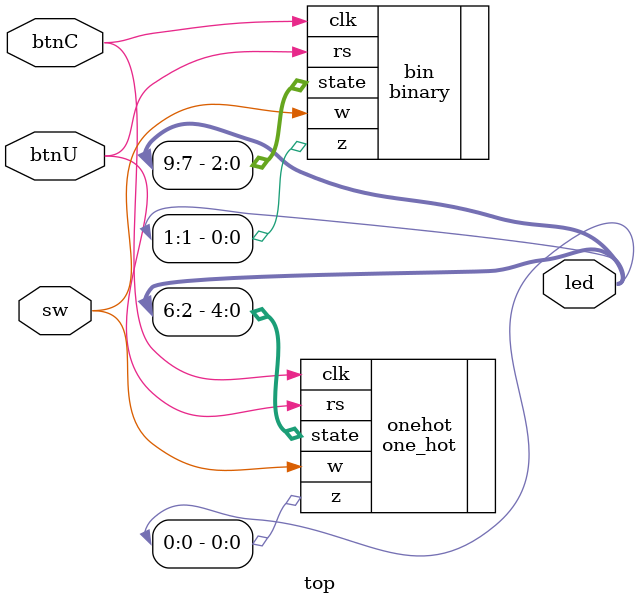
<source format=v>
module top(
    input sw, // w
    output [9:0] led, // see IO table
    input btnC, // clk
    input btnU // reset
);

    one_hot onehot (
        .w(sw),
        .clk(btnC),
        .rs(btnU),
        .z(led[0]),
        .state(led[6:2])
    );
    
    binary bin (
        .w(sw),
        .clk(btnC),
        .rs(btnU),
        .z(led[1]),
        .state(led[9:7])
    );

endmodule
</source>
